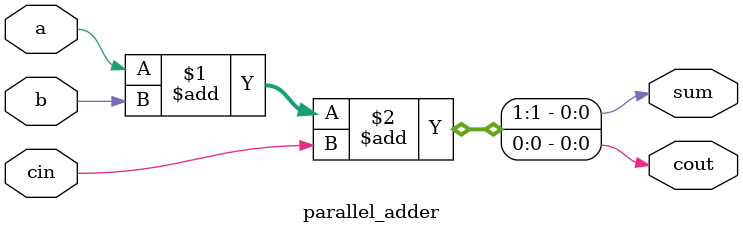
<source format=v>
module parallel_adder( input a,b,cin, output sum,cout);
  assign {sum,cout} = a+b+cin;
endmodule

</source>
